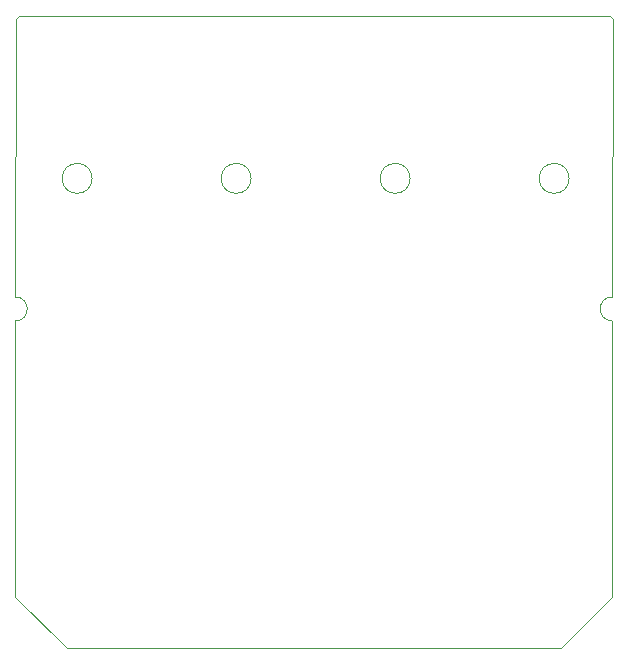
<source format=gbr>
%TF.GenerationSoftware,KiCad,Pcbnew,(7.0.0)*%
%TF.CreationDate,2023-03-05T21:21:49+00:00*%
%TF.ProjectId,connector,636f6e6e-6563-4746-9f72-2e6b69636164,rev?*%
%TF.SameCoordinates,Original*%
%TF.FileFunction,Profile,NP*%
%FSLAX46Y46*%
G04 Gerber Fmt 4.6, Leading zero omitted, Abs format (unit mm)*
G04 Created by KiCad (PCBNEW (7.0.0)) date 2023-03-05 21:21:49*
%MOMM*%
%LPD*%
G01*
G04 APERTURE LIST*
%TA.AperFunction,Profile*%
%ADD10C,0.050000*%
%TD*%
G04 APERTURE END LIST*
D10*
X166211000Y-86741000D02*
X166243000Y-63246000D01*
X149098000Y-76708000D02*
G75*
G03*
X149098000Y-76708000I-1270000J0D01*
G01*
X115665000Y-112141000D02*
X115665000Y-88773000D01*
X119888000Y-116332000D02*
X120015000Y-116459000D01*
X115697000Y-63246000D02*
X115951000Y-62992000D01*
X135636000Y-76708000D02*
G75*
G03*
X135636000Y-76708000I-1270000J0D01*
G01*
X122174000Y-76708000D02*
G75*
G03*
X122174000Y-76708000I-1270000J0D01*
G01*
X119888000Y-116332000D02*
X115665000Y-112141000D01*
X166211000Y-112141000D02*
X161893000Y-116459000D01*
X161893000Y-116459000D02*
X120015000Y-116459000D01*
X165989000Y-62992000D02*
X166243000Y-63246000D01*
X115665000Y-88773000D02*
G75*
G03*
X115665000Y-86741000I0J1016000D01*
G01*
X166211000Y-86741000D02*
G75*
G03*
X166211000Y-88773000I0J-1016000D01*
G01*
X162560000Y-76708000D02*
G75*
G03*
X162560000Y-76708000I-1270000J0D01*
G01*
X115951000Y-62992000D02*
X165989000Y-62992000D01*
X166211000Y-88773000D02*
X166211000Y-112141000D01*
X115665000Y-86741000D02*
X115697000Y-63246000D01*
M02*

</source>
